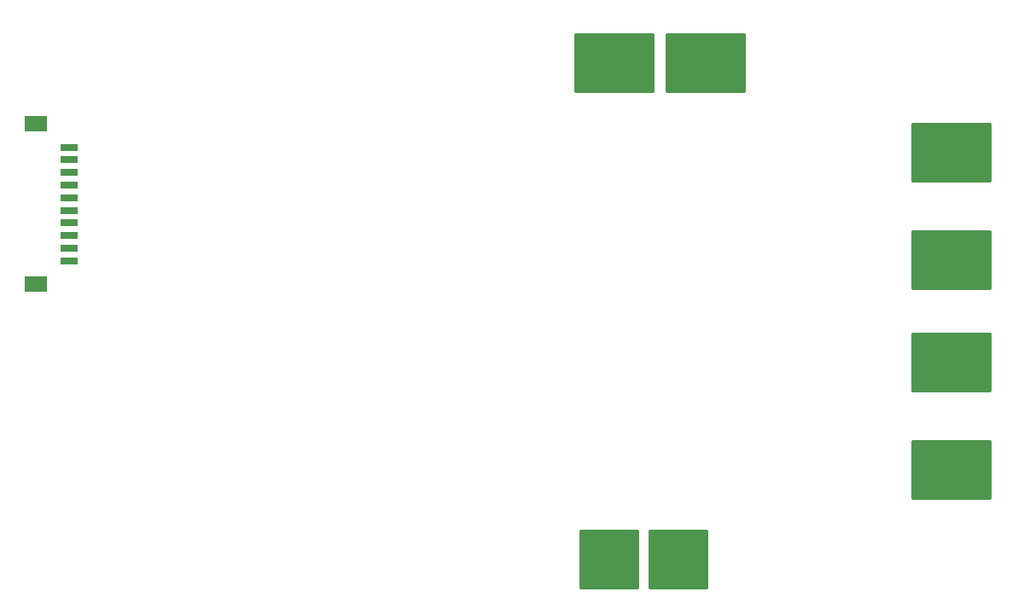
<source format=gbp>
G04*
G04 #@! TF.GenerationSoftware,Altium Limited,Altium Designer,21.6.4 (81)*
G04*
G04 Layer_Color=128*
%FSLAX25Y25*%
%MOIN*%
G70*
G04*
G04 #@! TF.SameCoordinates,3BA059D2-C19B-422F-8E39-1BAB5BDEDA6E*
G04*
G04*
G04 #@! TF.FilePolarity,Positive*
G04*
G01*
G75*
%ADD25R,0.07087X0.02756*%
%ADD26R,0.08661X0.06299*%
G04:AMPARAMS|DCode=32|XSize=236.22mil|YSize=236.22mil|CornerRadius=11.81mil|HoleSize=0mil|Usage=FLASHONLY|Rotation=90.000|XOffset=0mil|YOffset=0mil|HoleType=Round|Shape=RoundedRectangle|*
%AMROUNDEDRECTD32*
21,1,0.23622,0.21260,0,0,90.0*
21,1,0.21260,0.23622,0,0,90.0*
1,1,0.02362,0.10630,0.10630*
1,1,0.02362,0.10630,-0.10630*
1,1,0.02362,-0.10630,-0.10630*
1,1,0.02362,-0.10630,0.10630*
%
%ADD32ROUNDEDRECTD32*%
G04:AMPARAMS|DCode=33|XSize=236.22mil|YSize=236.22mil|CornerRadius=11.81mil|HoleSize=0mil|Usage=FLASHONLY|Rotation=180.000|XOffset=0mil|YOffset=0mil|HoleType=Round|Shape=RoundedRectangle|*
%AMROUNDEDRECTD33*
21,1,0.23622,0.21260,0,0,180.0*
21,1,0.21260,0.23622,0,0,180.0*
1,1,0.02362,-0.10630,0.10630*
1,1,0.02362,0.10630,0.10630*
1,1,0.02362,0.10630,-0.10630*
1,1,0.02362,-0.10630,-0.10630*
%
%ADD33ROUNDEDRECTD33*%
G04:AMPARAMS|DCode=34|XSize=314.96mil|YSize=236.22mil|CornerRadius=11.81mil|HoleSize=0mil|Usage=FLASHONLY|Rotation=0.000|XOffset=0mil|YOffset=0mil|HoleType=Round|Shape=RoundedRectangle|*
%AMROUNDEDRECTD34*
21,1,0.31496,0.21260,0,0,0.0*
21,1,0.29134,0.23622,0,0,0.0*
1,1,0.02362,0.14567,-0.10630*
1,1,0.02362,-0.14567,-0.10630*
1,1,0.02362,-0.14567,0.10630*
1,1,0.02362,0.14567,0.10630*
%
%ADD34ROUNDEDRECTD34*%
D25*
X24213Y174146D02*
D03*
Y169224D02*
D03*
Y164303D02*
D03*
Y159382D02*
D03*
Y154461D02*
D03*
Y149539D02*
D03*
Y144618D02*
D03*
Y139697D02*
D03*
Y134776D02*
D03*
Y129854D02*
D03*
D26*
X11220Y120602D02*
D03*
Y183398D02*
D03*
D32*
X262500Y13000D02*
D03*
D33*
X235500D02*
D03*
D34*
X237500Y207000D02*
D03*
X273000D02*
D03*
X369000Y48000D02*
D03*
Y90000D02*
D03*
Y130000D02*
D03*
Y172000D02*
D03*
M02*

</source>
